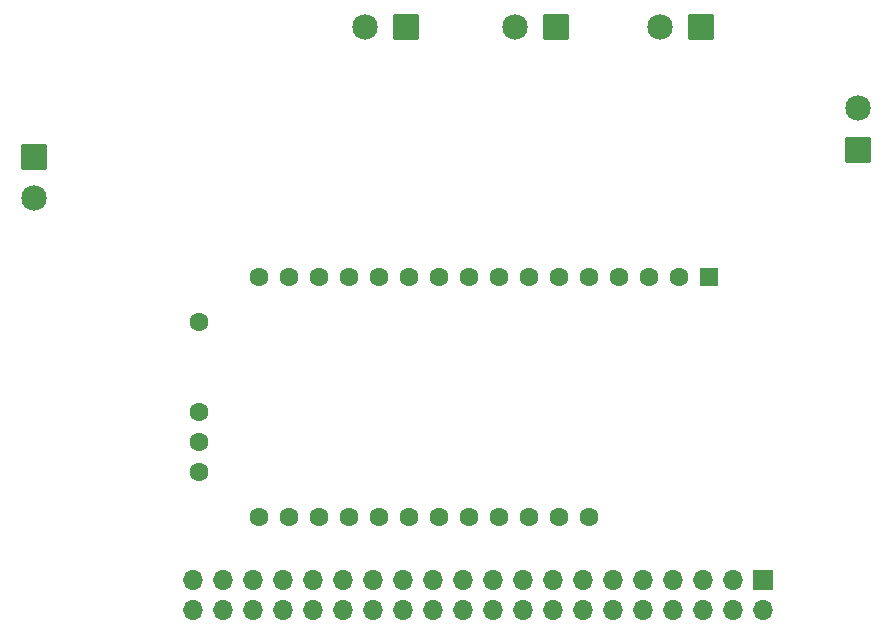
<source format=gbs>
%TF.GenerationSoftware,KiCad,Pcbnew,7.0.8*%
%TF.CreationDate,2024-03-08T20:35:52-08:00*%
%TF.ProjectId,solar_charger,736f6c61-725f-4636-9861-726765722e6b,rev?*%
%TF.SameCoordinates,Original*%
%TF.FileFunction,Soldermask,Bot*%
%TF.FilePolarity,Negative*%
%FSLAX46Y46*%
G04 Gerber Fmt 4.6, Leading zero omitted, Abs format (unit mm)*
G04 Created by KiCad (PCBNEW 7.0.8) date 2024-03-08 20:35:52*
%MOMM*%
%LPD*%
G01*
G04 APERTURE LIST*
G04 Aperture macros list*
%AMRoundRect*
0 Rectangle with rounded corners*
0 $1 Rounding radius*
0 $2 $3 $4 $5 $6 $7 $8 $9 X,Y pos of 4 corners*
0 Add a 4 corners polygon primitive as box body*
4,1,4,$2,$3,$4,$5,$6,$7,$8,$9,$2,$3,0*
0 Add four circle primitives for the rounded corners*
1,1,$1+$1,$2,$3*
1,1,$1+$1,$4,$5*
1,1,$1+$1,$6,$7*
1,1,$1+$1,$8,$9*
0 Add four rect primitives between the rounded corners*
20,1,$1+$1,$2,$3,$4,$5,0*
20,1,$1+$1,$4,$5,$6,$7,0*
20,1,$1+$1,$6,$7,$8,$9,0*
20,1,$1+$1,$8,$9,$2,$3,0*%
G04 Aperture macros list end*
%ADD10RoundRect,0.063500X1.016000X1.016000X-1.016000X1.016000X-1.016000X-1.016000X1.016000X-1.016000X0*%
%ADD11C,2.159000*%
%ADD12R,1.600000X1.600000*%
%ADD13C,1.600000*%
%ADD14RoundRect,0.063500X-1.016000X1.016000X-1.016000X-1.016000X1.016000X-1.016000X1.016000X1.016000X0*%
%ADD15RoundRect,0.063500X1.016000X-1.016000X1.016000X1.016000X-1.016000X1.016000X-1.016000X-1.016000X0*%
%ADD16R,1.700000X1.700000*%
%ADD17O,1.700000X1.700000*%
G04 APERTURE END LIST*
D10*
X147828000Y-43140000D03*
D11*
X144328000Y-43140000D03*
D12*
X160782000Y-64262000D03*
D13*
X158242000Y-64262000D03*
X155702000Y-64262000D03*
X153162000Y-64262000D03*
X150622000Y-64262000D03*
X148082000Y-64262000D03*
X145542000Y-64262000D03*
X143002000Y-64262000D03*
X140462000Y-64262000D03*
X137922000Y-64262000D03*
X135382000Y-64262000D03*
X132842000Y-64262000D03*
X130302000Y-64262000D03*
X127762000Y-64262000D03*
X125222000Y-64262000D03*
X122682000Y-64262000D03*
X122682000Y-84582000D03*
X125222000Y-84582000D03*
X127762000Y-84582000D03*
X130302000Y-84582000D03*
X132842000Y-84582000D03*
X135382000Y-84582000D03*
X137922000Y-84582000D03*
X140462000Y-84582000D03*
X143002000Y-84582000D03*
X145542000Y-84582000D03*
X148082000Y-84582000D03*
X150622000Y-84582000D03*
X117602000Y-68072000D03*
X117602000Y-75692000D03*
X117602000Y-78232000D03*
X117602000Y-80772000D03*
D10*
X160117800Y-43140000D03*
D11*
X156617800Y-43140000D03*
D10*
X135128000Y-43140000D03*
D11*
X131628000Y-43140000D03*
D14*
X103632000Y-54102000D03*
D11*
X103632000Y-57602000D03*
D15*
X173382000Y-53489800D03*
D11*
X173382000Y-49989800D03*
D16*
X165354000Y-89916000D03*
D17*
X165354000Y-92456000D03*
X162814000Y-89916000D03*
X162814000Y-92456000D03*
X160274000Y-89916000D03*
X160274000Y-92456000D03*
X157734000Y-89916000D03*
X157734000Y-92456000D03*
X155194000Y-89916000D03*
X155194000Y-92456000D03*
X152654000Y-89916000D03*
X152654000Y-92456000D03*
X150114000Y-89916000D03*
X150114000Y-92456000D03*
X147574000Y-89916000D03*
X147574000Y-92456000D03*
X145034000Y-89916000D03*
X145034000Y-92456000D03*
X142494000Y-89916000D03*
X142494000Y-92456000D03*
X139954000Y-89916000D03*
X139954000Y-92456000D03*
X137414000Y-89916000D03*
X137414000Y-92456000D03*
X134874000Y-89916000D03*
X134874000Y-92456000D03*
X132334000Y-89916000D03*
X132334000Y-92456000D03*
X129794000Y-89916000D03*
X129794000Y-92456000D03*
X127254000Y-89916000D03*
X127254000Y-92456000D03*
X124714000Y-89916000D03*
X124714000Y-92456000D03*
X122174000Y-89916000D03*
X122174000Y-92456000D03*
X119634000Y-89916000D03*
X119634000Y-92456000D03*
X117094000Y-89916000D03*
X117094000Y-92456000D03*
M02*

</source>
